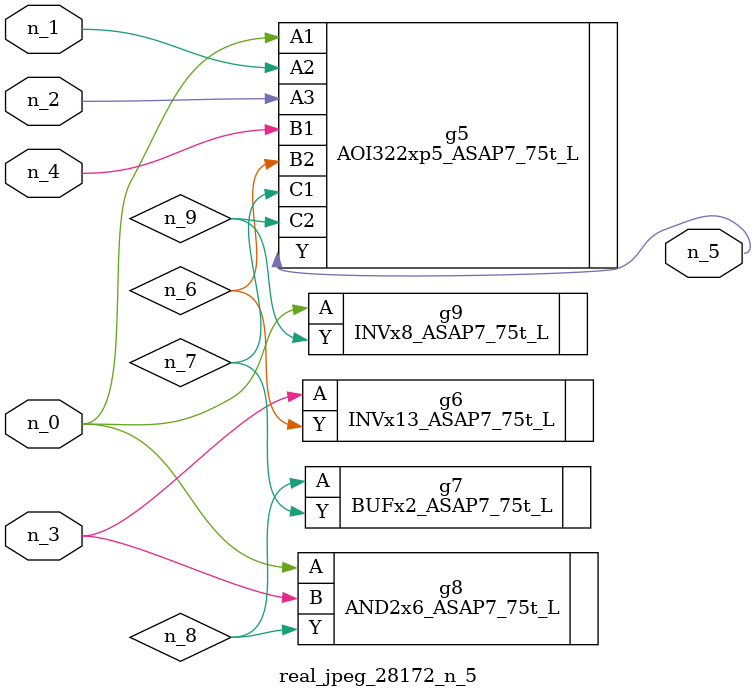
<source format=v>
module real_jpeg_28172_n_5 (n_4, n_0, n_1, n_2, n_3, n_5);

input n_4;
input n_0;
input n_1;
input n_2;
input n_3;

output n_5;

wire n_8;
wire n_6;
wire n_7;
wire n_9;

AOI322xp5_ASAP7_75t_L g5 ( 
.A1(n_0),
.A2(n_1),
.A3(n_2),
.B1(n_4),
.B2(n_6),
.C1(n_7),
.C2(n_9),
.Y(n_5)
);

AND2x6_ASAP7_75t_L g8 ( 
.A(n_0),
.B(n_3),
.Y(n_8)
);

INVx8_ASAP7_75t_L g9 ( 
.A(n_0),
.Y(n_9)
);

INVx13_ASAP7_75t_L g6 ( 
.A(n_3),
.Y(n_6)
);

BUFx2_ASAP7_75t_L g7 ( 
.A(n_8),
.Y(n_7)
);


endmodule
</source>
